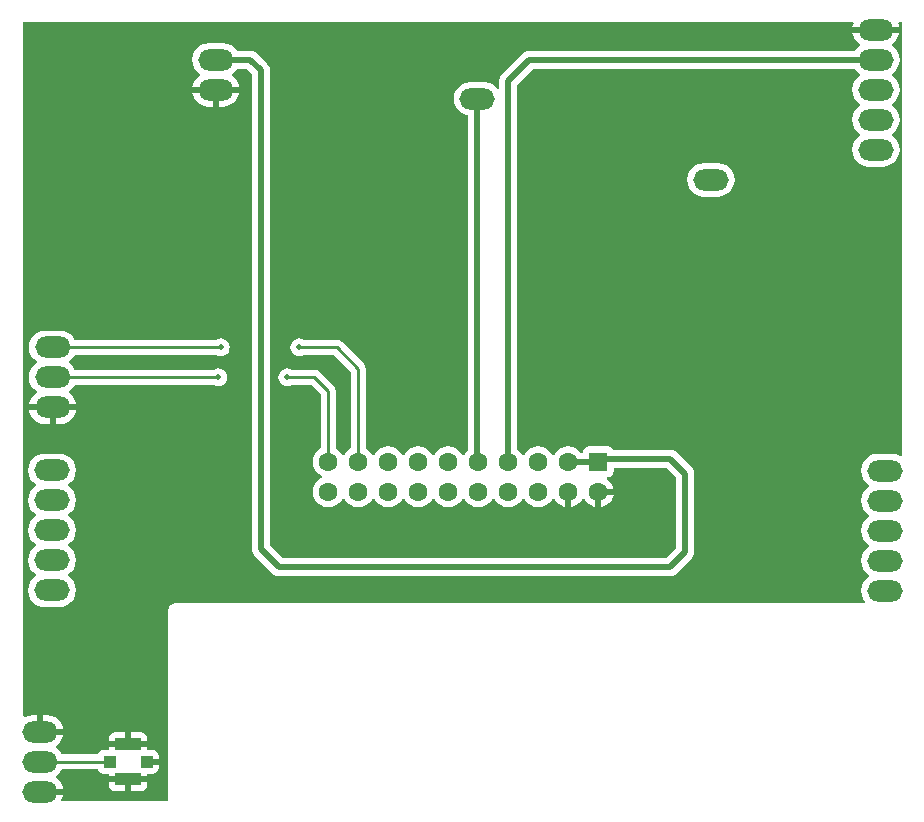
<source format=gtl>
G04*
G04 #@! TF.GenerationSoftware,Altium Limited,Altium Designer,18.1.8 (232)*
G04*
G04 Layer_Physical_Order=1*
G04 Layer_Color=255*
%FSLAX25Y25*%
%MOIN*%
G70*
G01*
G75*
%ADD14R,0.03937X0.03937*%
%ADD15R,0.08661X0.03937*%
%ADD16R,0.04134X0.03937*%
%ADD23C,0.02000*%
%ADD24C,0.01000*%
%ADD25C,0.00800*%
%ADD26O,0.11811X0.07087*%
%ADD27R,0.06299X0.06299*%
%ADD28C,0.06299*%
%ADD29C,0.01968*%
G36*
X295206Y117543D02*
X294758Y117322D01*
X294670Y117389D01*
X293322Y117948D01*
X291875Y118138D01*
X287150D01*
X285703Y117948D01*
X284355Y117389D01*
X283197Y116501D01*
X282308Y115343D01*
X281750Y113994D01*
X281559Y112547D01*
X281750Y111100D01*
X282308Y109751D01*
X283197Y108594D01*
X284164Y107851D01*
X284198Y107769D01*
Y107325D01*
X284164Y107243D01*
X283197Y106501D01*
X282308Y105343D01*
X281750Y103994D01*
X281559Y102547D01*
X281750Y101100D01*
X282308Y99752D01*
X283197Y98594D01*
X284164Y97851D01*
X284198Y97769D01*
Y97325D01*
X284164Y97243D01*
X283197Y96501D01*
X282308Y95343D01*
X281750Y93994D01*
X281559Y92547D01*
X281750Y91100D01*
X282308Y89751D01*
X283197Y88594D01*
X284164Y87851D01*
X284198Y87769D01*
Y87325D01*
X284164Y87243D01*
X283197Y86501D01*
X282308Y85343D01*
X281750Y83994D01*
X281559Y82547D01*
X281750Y81100D01*
X282308Y79751D01*
X283197Y78594D01*
X284164Y77851D01*
X284198Y77769D01*
Y77325D01*
X284164Y77243D01*
X283197Y76501D01*
X282308Y75343D01*
X281750Y73994D01*
X281559Y72547D01*
X281750Y71100D01*
X282308Y69752D01*
X283043Y68794D01*
X282796Y68294D01*
X53000Y68294D01*
X52122Y68119D01*
X51378Y67622D01*
X50881Y66878D01*
X50706Y66000D01*
X50706Y2294D01*
X15247Y2294D01*
X15041Y2794D01*
X15563Y4053D01*
X15622Y4500D01*
X7800D01*
Y6500D01*
X15622D01*
X15563Y6947D01*
X15004Y8296D01*
X14116Y9454D01*
X13149Y10196D01*
X13115Y10278D01*
Y10722D01*
X13149Y10804D01*
X14116Y11547D01*
X15004Y12705D01*
X15106Y12951D01*
X27105D01*
X27145Y12751D01*
X27587Y12090D01*
X28249Y11648D01*
X29029Y11492D01*
X30829D01*
Y10693D01*
X37198D01*
X43568D01*
Y11492D01*
X45469D01*
X46249Y11648D01*
X46910Y12090D01*
X47352Y12751D01*
X47508Y13532D01*
Y14500D01*
X43500D01*
Y16500D01*
X47508D01*
Y17469D01*
X47352Y18249D01*
X46910Y18910D01*
X46249Y19353D01*
X45469Y19508D01*
X43568D01*
Y20307D01*
X37198D01*
X30829D01*
Y19508D01*
X29029D01*
X28249Y19353D01*
X27587Y18910D01*
X27145Y18249D01*
X27105Y18049D01*
X15106D01*
X15004Y18296D01*
X14116Y19454D01*
X13149Y20196D01*
X13115Y20278D01*
X13115Y20722D01*
X13149Y20804D01*
X14116Y21546D01*
X15004Y22704D01*
X15563Y24053D01*
X15622Y24500D01*
X7800D01*
Y25500D01*
X6800D01*
Y31091D01*
X5438D01*
X3991Y30901D01*
X2794Y30405D01*
X2294Y30647D01*
Y262206D01*
X278809Y262206D01*
X279086Y261790D01*
X278737Y260947D01*
X278678Y260500D01*
X286500D01*
X294322D01*
X294263Y260947D01*
X293914Y261790D01*
X294191Y262206D01*
X295206D01*
X295206Y117543D01*
D02*
G37*
%LPC*%
G36*
X294322Y258500D02*
X286500D01*
X278678D01*
X278737Y258053D01*
X279296Y256704D01*
X280184Y255546D01*
X281152Y254804D01*
X281185Y254722D01*
Y254278D01*
X281152Y254196D01*
X280184Y253453D01*
X279472Y252526D01*
X171000D01*
X170217Y252423D01*
X169487Y252120D01*
X168860Y251640D01*
X168860Y251640D01*
X161860Y244640D01*
X161380Y244013D01*
X161077Y243283D01*
X160974Y242500D01*
Y240035D01*
X160474Y239865D01*
X160023Y240454D01*
X158865Y241342D01*
X157517Y241901D01*
X156069Y242091D01*
X151345D01*
X149898Y241901D01*
X148549Y241342D01*
X147391Y240454D01*
X146503Y239296D01*
X145944Y237947D01*
X145754Y236500D01*
X145944Y235053D01*
X146503Y233704D01*
X147391Y232546D01*
X148549Y231658D01*
X149898Y231099D01*
X150681Y230996D01*
Y119444D01*
X150327Y119173D01*
X149502Y118097D01*
X149250Y117489D01*
X148750D01*
X148498Y118097D01*
X147673Y119173D01*
X146597Y119998D01*
X145344Y120517D01*
X144000Y120694D01*
X142656Y120517D01*
X141403Y119998D01*
X140327Y119173D01*
X139502Y118097D01*
X139250Y117489D01*
X138750D01*
X138498Y118097D01*
X137673Y119173D01*
X136597Y119998D01*
X135344Y120517D01*
X134000Y120694D01*
X132656Y120517D01*
X131403Y119998D01*
X130327Y119173D01*
X129502Y118097D01*
X129250Y117489D01*
X128750D01*
X128498Y118097D01*
X127673Y119173D01*
X126597Y119998D01*
X125344Y120517D01*
X124000Y120694D01*
X122656Y120517D01*
X121403Y119998D01*
X120327Y119173D01*
X119502Y118097D01*
X119250Y117489D01*
X118750D01*
X118498Y118097D01*
X117673Y119173D01*
X116597Y119998D01*
X116549Y120018D01*
Y146500D01*
X116355Y147476D01*
X115802Y148302D01*
X108662Y155442D01*
X107835Y155995D01*
X106860Y156189D01*
X95940D01*
X95865Y156247D01*
X95139Y156547D01*
X94360Y156650D01*
X93581Y156547D01*
X92855Y156247D01*
X92232Y155768D01*
X91753Y155145D01*
X91453Y154419D01*
X91350Y153640D01*
X91453Y152861D01*
X91753Y152135D01*
X92232Y151512D01*
X92855Y151033D01*
X93581Y150733D01*
X94360Y150630D01*
X95139Y150733D01*
X95865Y151033D01*
X95940Y151091D01*
X105804D01*
X111451Y145444D01*
Y120018D01*
X111403Y119998D01*
X110327Y119173D01*
X109502Y118097D01*
X109250Y117489D01*
X108750D01*
X108498Y118097D01*
X107673Y119173D01*
X106597Y119998D01*
X106549Y120018D01*
Y139000D01*
X106355Y139976D01*
X105802Y140802D01*
X101162Y145442D01*
X100336Y145995D01*
X99360Y146189D01*
X91940D01*
X91865Y146247D01*
X91139Y146547D01*
X90360Y146650D01*
X89581Y146547D01*
X88855Y146247D01*
X88232Y145768D01*
X87753Y145145D01*
X87453Y144419D01*
X87350Y143640D01*
X87453Y142861D01*
X87753Y142135D01*
X88232Y141512D01*
X88855Y141033D01*
X89581Y140733D01*
X90360Y140630D01*
X91139Y140733D01*
X91865Y141033D01*
X91940Y141091D01*
X98304D01*
X101451Y137944D01*
Y120018D01*
X101403Y119998D01*
X100327Y119173D01*
X99502Y118097D01*
X98983Y116844D01*
X98806Y115500D01*
X98983Y114156D01*
X99502Y112903D01*
X100327Y111827D01*
X101403Y111002D01*
X102011Y110750D01*
Y110250D01*
X101403Y109998D01*
X100327Y109173D01*
X99502Y108097D01*
X98983Y106844D01*
X98806Y105500D01*
X98983Y104156D01*
X99502Y102903D01*
X100327Y101827D01*
X101403Y101002D01*
X102656Y100483D01*
X104000Y100306D01*
X105344Y100483D01*
X106597Y101002D01*
X107673Y101827D01*
X108498Y102903D01*
X108750Y103511D01*
X109250D01*
X109502Y102903D01*
X110327Y101827D01*
X111403Y101002D01*
X112656Y100483D01*
X114000Y100306D01*
X115344Y100483D01*
X116597Y101002D01*
X117673Y101827D01*
X118498Y102903D01*
X118750Y103511D01*
X119250D01*
X119502Y102903D01*
X120327Y101827D01*
X121403Y101002D01*
X122656Y100483D01*
X124000Y100306D01*
X125344Y100483D01*
X126597Y101002D01*
X127673Y101827D01*
X128498Y102903D01*
X128750Y103511D01*
X129250D01*
X129502Y102903D01*
X130327Y101827D01*
X131403Y101002D01*
X132656Y100483D01*
X134000Y100306D01*
X135344Y100483D01*
X136597Y101002D01*
X137673Y101827D01*
X138498Y102903D01*
X138750Y103511D01*
X139250D01*
X139502Y102903D01*
X140327Y101827D01*
X141403Y101002D01*
X142656Y100483D01*
X144000Y100306D01*
X145344Y100483D01*
X146597Y101002D01*
X147673Y101827D01*
X148498Y102903D01*
X148750Y103511D01*
X149250D01*
X149502Y102903D01*
X150327Y101827D01*
X151403Y101002D01*
X152656Y100483D01*
X154000Y100306D01*
X155344Y100483D01*
X156597Y101002D01*
X157673Y101827D01*
X158498Y102903D01*
X158750Y103511D01*
X159250D01*
X159502Y102903D01*
X160327Y101827D01*
X161403Y101002D01*
X162656Y100483D01*
X164000Y100306D01*
X165344Y100483D01*
X166597Y101002D01*
X167673Y101827D01*
X168498Y102903D01*
X168750Y103511D01*
X169250D01*
X169502Y102903D01*
X170327Y101827D01*
X171403Y101002D01*
X172656Y100483D01*
X174000Y100306D01*
X175344Y100483D01*
X176597Y101002D01*
X177673Y101827D01*
X178498Y102903D01*
X178750Y103511D01*
X179250D01*
X179502Y102903D01*
X180327Y101827D01*
X181403Y101002D01*
X182656Y100483D01*
X183000Y100438D01*
Y105500D01*
X185000D01*
Y100438D01*
X185344Y100483D01*
X186597Y101002D01*
X187673Y101827D01*
X188498Y102903D01*
X188750Y103511D01*
X189250D01*
X189502Y102903D01*
X190327Y101827D01*
X191403Y101002D01*
X192656Y100483D01*
X193000Y100438D01*
Y105500D01*
X194000D01*
Y106500D01*
X199062D01*
X199017Y106844D01*
X198498Y108097D01*
X197673Y109173D01*
X196841Y109811D01*
X197010Y110311D01*
X197150D01*
X197930Y110467D01*
X198591Y110908D01*
X199034Y111570D01*
X199189Y112350D01*
Y113474D01*
X216747D01*
X219974Y110247D01*
Y86753D01*
X216747Y83526D01*
X88753D01*
X84526Y87753D01*
Y246000D01*
X84526Y246000D01*
X84423Y246783D01*
X84121Y247513D01*
X83640Y248140D01*
X80140Y251640D01*
X79513Y252120D01*
X78783Y252423D01*
X78000Y252526D01*
X73527D01*
X72816Y253453D01*
X71658Y254342D01*
X70309Y254901D01*
X68862Y255091D01*
X64138D01*
X62691Y254901D01*
X61342Y254342D01*
X60184Y253453D01*
X59296Y252296D01*
X58737Y250947D01*
X58547Y249500D01*
X58737Y248053D01*
X59296Y246705D01*
X60184Y245547D01*
X61151Y244804D01*
X61185Y244722D01*
Y244278D01*
X61151Y244196D01*
X60184Y243454D01*
X59296Y242296D01*
X58737Y240947D01*
X58678Y240500D01*
X66500D01*
X74322D01*
X74263Y240947D01*
X73704Y242296D01*
X72816Y243454D01*
X71848Y244196D01*
X71815Y244278D01*
Y244722D01*
X71848Y244804D01*
X72816Y245547D01*
X73527Y246474D01*
X76747D01*
X78474Y244747D01*
Y86500D01*
X78577Y85717D01*
X78879Y84987D01*
X79360Y84360D01*
X85360Y78360D01*
X85987Y77880D01*
X86717Y77577D01*
X87500Y77474D01*
X218000D01*
X218783Y77577D01*
X219513Y77880D01*
X220140Y78360D01*
X225140Y83360D01*
X225621Y83987D01*
X225923Y84717D01*
X226026Y85500D01*
X226026Y85500D01*
Y111500D01*
X226026Y111500D01*
X225923Y112283D01*
X225621Y113013D01*
X225140Y113640D01*
X220140Y118640D01*
X219513Y119121D01*
X218783Y119423D01*
X218000Y119526D01*
X198969D01*
X198591Y120091D01*
X197930Y120534D01*
X197150Y120689D01*
X190850D01*
X190070Y120534D01*
X189409Y120091D01*
X188967Y119430D01*
X188811Y118650D01*
Y118526D01*
X188169D01*
X187673Y119173D01*
X186597Y119998D01*
X185344Y120517D01*
X184000Y120694D01*
X182656Y120517D01*
X181403Y119998D01*
X180327Y119173D01*
X179502Y118097D01*
X179250Y117489D01*
X178750D01*
X178498Y118097D01*
X177673Y119173D01*
X176597Y119998D01*
X175344Y120517D01*
X174000Y120694D01*
X172656Y120517D01*
X171403Y119998D01*
X170327Y119173D01*
X169502Y118097D01*
X169250Y117489D01*
X168750D01*
X168498Y118097D01*
X167673Y119173D01*
X167026Y119669D01*
Y241247D01*
X172253Y246474D01*
X279472D01*
X280184Y245547D01*
X281152Y244804D01*
X281185Y244722D01*
Y244278D01*
X281152Y244196D01*
X280184Y243454D01*
X279296Y242296D01*
X278737Y240947D01*
X278547Y239500D01*
X278737Y238053D01*
X279296Y236704D01*
X280184Y235546D01*
X281152Y234804D01*
X281185Y234722D01*
Y234278D01*
X281152Y234196D01*
X280184Y233453D01*
X279296Y232296D01*
X278737Y230947D01*
X278547Y229500D01*
X278737Y228053D01*
X279296Y226705D01*
X280184Y225547D01*
X281152Y224804D01*
X281185Y224722D01*
Y224278D01*
X281152Y224196D01*
X280184Y223453D01*
X279296Y222296D01*
X278737Y220947D01*
X278547Y219500D01*
X278737Y218053D01*
X279296Y216705D01*
X280184Y215546D01*
X281342Y214658D01*
X282691Y214099D01*
X284138Y213909D01*
X288862D01*
X290309Y214099D01*
X291658Y214658D01*
X292816Y215546D01*
X293704Y216705D01*
X294263Y218053D01*
X294453Y219500D01*
X294263Y220947D01*
X293704Y222296D01*
X292816Y223453D01*
X291848Y224196D01*
X291815Y224278D01*
Y224722D01*
X291848Y224804D01*
X292816Y225547D01*
X293704Y226705D01*
X294263Y228053D01*
X294453Y229500D01*
X294263Y230947D01*
X293704Y232296D01*
X292816Y233453D01*
X291848Y234196D01*
X291815Y234278D01*
Y234722D01*
X291848Y234804D01*
X292816Y235546D01*
X293704Y236704D01*
X294263Y238053D01*
X294453Y239500D01*
X294263Y240947D01*
X293704Y242296D01*
X292816Y243454D01*
X291848Y244196D01*
X291815Y244278D01*
Y244722D01*
X291848Y244804D01*
X292816Y245547D01*
X293704Y246705D01*
X294263Y248053D01*
X294453Y249500D01*
X294263Y250947D01*
X293704Y252296D01*
X292816Y253453D01*
X291848Y254196D01*
X291815Y254278D01*
Y254722D01*
X291848Y254804D01*
X292816Y255546D01*
X293704Y256704D01*
X294263Y258053D01*
X294322Y258500D01*
D02*
G37*
G36*
X74322Y238500D02*
X67500D01*
Y233909D01*
X68862D01*
X70309Y234099D01*
X71658Y234658D01*
X72816Y235546D01*
X73704Y236704D01*
X74263Y238053D01*
X74322Y238500D01*
D02*
G37*
G36*
X65500D02*
X58678D01*
X58737Y238053D01*
X59296Y236704D01*
X60184Y235546D01*
X61342Y234658D01*
X62691Y234099D01*
X64138Y233909D01*
X65500D01*
Y238500D01*
D02*
G37*
G36*
X233862Y215091D02*
X229138D01*
X227691Y214901D01*
X226342Y214342D01*
X225184Y213454D01*
X224296Y212296D01*
X223737Y210947D01*
X223547Y209500D01*
X223737Y208053D01*
X224296Y206704D01*
X225184Y205546D01*
X226342Y204658D01*
X227691Y204099D01*
X229138Y203909D01*
X233862D01*
X235309Y204099D01*
X236658Y204658D01*
X237816Y205546D01*
X238704Y206704D01*
X239263Y208053D01*
X239453Y209500D01*
X239263Y210947D01*
X238704Y212296D01*
X237816Y213454D01*
X236658Y214342D01*
X235309Y214901D01*
X233862Y215091D01*
D02*
G37*
G36*
X14462Y159231D02*
X9738D01*
X8291Y159041D01*
X6942Y158482D01*
X5784Y157594D01*
X4896Y156436D01*
X4337Y155087D01*
X4147Y153640D01*
X4337Y152193D01*
X4896Y150845D01*
X5784Y149687D01*
X6752Y148944D01*
X6785Y148862D01*
X6785Y148418D01*
X6752Y148336D01*
X5784Y147594D01*
X4896Y146436D01*
X4337Y145087D01*
X4147Y143640D01*
X4337Y142193D01*
X4896Y140845D01*
X5784Y139687D01*
X6752Y138944D01*
X6785Y138862D01*
Y138418D01*
X6752Y138336D01*
X5784Y137594D01*
X4896Y136436D01*
X4337Y135087D01*
X4278Y134640D01*
X12100D01*
X19922D01*
X19863Y135087D01*
X19304Y136436D01*
X18416Y137594D01*
X17448Y138336D01*
X17415Y138418D01*
Y138862D01*
X17448Y138944D01*
X18416Y139687D01*
X19304Y140845D01*
X19406Y141091D01*
X65780D01*
X65855Y141033D01*
X66581Y140733D01*
X67360Y140630D01*
X68139Y140733D01*
X68865Y141033D01*
X69488Y141512D01*
X69967Y142135D01*
X70267Y142861D01*
X70370Y143640D01*
X70267Y144419D01*
X69967Y145145D01*
X69488Y145768D01*
X68865Y146247D01*
X68139Y146547D01*
X67360Y146650D01*
X66581Y146547D01*
X65855Y146247D01*
X65780Y146189D01*
X19406D01*
X19304Y146436D01*
X18416Y147594D01*
X17448Y148336D01*
X17415Y148418D01*
X17415Y148862D01*
X17448Y148944D01*
X18416Y149687D01*
X19304Y150845D01*
X19406Y151091D01*
X66560D01*
X66635Y151033D01*
X67361Y150733D01*
X68140Y150630D01*
X68919Y150733D01*
X69645Y151033D01*
X70268Y151512D01*
X70747Y152135D01*
X71048Y152861D01*
X71150Y153640D01*
X71048Y154419D01*
X70747Y155145D01*
X70268Y155768D01*
X69645Y156247D01*
X68919Y156547D01*
X68140Y156650D01*
X67361Y156547D01*
X66635Y156247D01*
X66560Y156189D01*
X19406D01*
X19304Y156436D01*
X18416Y157594D01*
X17258Y158482D01*
X15909Y159041D01*
X14462Y159231D01*
D02*
G37*
G36*
X19922Y132640D02*
X13100D01*
Y128049D01*
X14462D01*
X15909Y128239D01*
X17258Y128798D01*
X18416Y129686D01*
X19304Y130844D01*
X19863Y132193D01*
X19922Y132640D01*
D02*
G37*
G36*
X11100D02*
X4278D01*
X4337Y132193D01*
X4896Y130844D01*
X5784Y129686D01*
X6942Y128798D01*
X8291Y128239D01*
X9738Y128049D01*
X11100D01*
Y132640D01*
D02*
G37*
G36*
X199062Y104500D02*
X195000D01*
Y100438D01*
X195344Y100483D01*
X196597Y101002D01*
X197673Y101827D01*
X198498Y102903D01*
X199017Y104156D01*
X199062Y104500D01*
D02*
G37*
G36*
X14236Y118249D02*
X9511D01*
X8064Y118058D01*
X6716Y117500D01*
X5558Y116611D01*
X4669Y115453D01*
X4110Y114105D01*
X3920Y112657D01*
X4110Y111210D01*
X4669Y109862D01*
X5558Y108704D01*
X6525Y107962D01*
X6559Y107880D01*
X6559Y107435D01*
X6525Y107353D01*
X5558Y106611D01*
X4669Y105453D01*
X4110Y104105D01*
X3920Y102657D01*
X4110Y101210D01*
X4669Y99862D01*
X5558Y98704D01*
X6525Y97962D01*
X6559Y97880D01*
Y97435D01*
X6525Y97353D01*
X5558Y96611D01*
X4669Y95453D01*
X4110Y94105D01*
X3920Y92658D01*
X4110Y91210D01*
X4669Y89862D01*
X5558Y88704D01*
X6525Y87962D01*
X6559Y87880D01*
Y87435D01*
X6525Y87353D01*
X5558Y86611D01*
X4669Y85453D01*
X4110Y84105D01*
X3920Y82657D01*
X4110Y81210D01*
X4669Y79862D01*
X5558Y78704D01*
X6525Y77962D01*
X6559Y77880D01*
X6559Y77435D01*
X6525Y77353D01*
X5558Y76611D01*
X4669Y75453D01*
X4110Y74105D01*
X3920Y72658D01*
X4110Y71210D01*
X4669Y69862D01*
X5558Y68704D01*
X6716Y67815D01*
X8064Y67257D01*
X9511Y67066D01*
X14236D01*
X15683Y67257D01*
X17031Y67815D01*
X18189Y68704D01*
X19078Y69862D01*
X19636Y71210D01*
X19827Y72658D01*
X19636Y74105D01*
X19078Y75453D01*
X18189Y76611D01*
X17222Y77353D01*
X17188Y77435D01*
X17188Y77880D01*
X17222Y77962D01*
X18189Y78704D01*
X19078Y79862D01*
X19636Y81210D01*
X19827Y82657D01*
X19636Y84105D01*
X19078Y85453D01*
X18189Y86611D01*
X17222Y87353D01*
X17188Y87435D01*
Y87880D01*
X17222Y87962D01*
X18189Y88704D01*
X19078Y89862D01*
X19636Y91210D01*
X19827Y92658D01*
X19636Y94105D01*
X19078Y95453D01*
X18189Y96611D01*
X17222Y97353D01*
X17188Y97435D01*
Y97880D01*
X17222Y97962D01*
X18189Y98704D01*
X19078Y99862D01*
X19636Y101210D01*
X19827Y102657D01*
X19636Y104105D01*
X19078Y105453D01*
X18189Y106611D01*
X17222Y107353D01*
X17188Y107435D01*
X17188Y107880D01*
X17222Y107962D01*
X18189Y108704D01*
X19078Y109862D01*
X19636Y111210D01*
X19827Y112657D01*
X19636Y114105D01*
X19078Y115453D01*
X18189Y116611D01*
X17031Y117500D01*
X15683Y118058D01*
X14236Y118249D01*
D02*
G37*
G36*
X10162Y31091D02*
X8800D01*
Y26500D01*
X15622D01*
X15563Y26947D01*
X15004Y28296D01*
X14116Y29454D01*
X12958Y30342D01*
X11609Y30901D01*
X10162Y31091D01*
D02*
G37*
G36*
X41529Y25315D02*
X38199D01*
Y22307D01*
X43568D01*
Y23276D01*
X43413Y24056D01*
X42971Y24717D01*
X42309Y25160D01*
X41529Y25315D01*
D02*
G37*
G36*
X36198D02*
X32868D01*
X32087Y25160D01*
X31426Y24717D01*
X30984Y24056D01*
X30829Y23276D01*
Y22307D01*
X36198D01*
Y25315D01*
D02*
G37*
G36*
X43568Y8693D02*
X38199D01*
Y5685D01*
X41529D01*
X42309Y5841D01*
X42971Y6283D01*
X43413Y6944D01*
X43568Y7724D01*
Y8693D01*
D02*
G37*
G36*
X36198D02*
X30829D01*
Y7724D01*
X30984Y6944D01*
X31426Y6283D01*
X32087Y5841D01*
X32868Y5685D01*
X36198D01*
Y8693D01*
D02*
G37*
%LPD*%
D14*
X43500Y15500D02*
D03*
D15*
X37198Y9693D02*
D03*
Y21307D02*
D03*
D16*
X31096Y15500D02*
D03*
D23*
X153707Y115793D02*
Y236500D01*
Y115793D02*
X154000Y115500D01*
X164000D02*
Y242500D01*
X171000Y249500D01*
X286500D01*
X184000Y115500D02*
X194000D01*
X81500Y86500D02*
X87500Y80500D01*
X194000Y115500D02*
X195000Y116500D01*
X66500Y249500D02*
X78000D01*
X81500Y246000D01*
Y86500D02*
Y246000D01*
X87500Y80500D02*
X218000D01*
X223000Y85500D01*
X195000Y116500D02*
X218000D01*
X223000Y111500D01*
Y85500D02*
Y111500D01*
D24*
X12100Y153640D02*
X68140D01*
X12100Y143640D02*
X67360D01*
X94360Y153640D02*
X106860D01*
X114000Y146500D01*
Y115500D02*
Y146500D01*
X90360Y143640D02*
X99360D01*
X104000Y139000D01*
Y115500D02*
Y139000D01*
X7800Y15500D02*
X31096D01*
D25*
X31096Y15500D01*
D26*
X66500Y239500D02*
D03*
X153707Y236500D02*
D03*
X231500Y209500D02*
D03*
X66500Y249500D02*
D03*
X7800Y25500D02*
D03*
Y5500D02*
D03*
Y15500D02*
D03*
X289513Y82547D02*
D03*
Y92547D02*
D03*
Y102547D02*
D03*
Y112547D02*
D03*
X289513Y72547D02*
D03*
X286500Y239500D02*
D03*
Y259500D02*
D03*
Y249500D02*
D03*
Y229500D02*
D03*
Y219500D02*
D03*
X12100Y133640D02*
D03*
Y143640D02*
D03*
Y153640D02*
D03*
X11873Y82657D02*
D03*
X11873Y102657D02*
D03*
X11873Y112657D02*
D03*
Y72658D02*
D03*
Y92658D02*
D03*
D27*
X194000Y115500D02*
D03*
D28*
X184000D02*
D03*
X174000D02*
D03*
X164000D02*
D03*
X154000D02*
D03*
X144000D02*
D03*
X134000D02*
D03*
X124000D02*
D03*
X114000D02*
D03*
X104000D02*
D03*
X194000Y105500D02*
D03*
X184000D02*
D03*
X174000D02*
D03*
X164000D02*
D03*
X154000D02*
D03*
X144000D02*
D03*
X134000D02*
D03*
X124000D02*
D03*
X114000D02*
D03*
X104000D02*
D03*
D29*
X68140Y153640D02*
D03*
X67360Y143640D02*
D03*
X94360Y153640D02*
D03*
X90360Y143640D02*
D03*
X16256Y19980D02*
D03*
X26098Y39665D02*
D03*
X16256Y59350D02*
D03*
X26098Y79036D02*
D03*
Y118405D02*
D03*
Y157776D02*
D03*
X16256Y177461D02*
D03*
X26098Y197146D02*
D03*
X16256Y216831D02*
D03*
X26098Y236516D02*
D03*
X45783Y39665D02*
D03*
X35941Y59350D02*
D03*
X45783Y79036D02*
D03*
X35941Y98721D02*
D03*
X45783Y118405D02*
D03*
X35941Y138091D02*
D03*
X45783Y157776D02*
D03*
X35941Y177461D02*
D03*
X45783Y197146D02*
D03*
X35941Y216831D02*
D03*
X45783Y236516D02*
D03*
X65469Y79036D02*
D03*
X55626Y98721D02*
D03*
X65469Y118405D02*
D03*
X55626Y138091D02*
D03*
X65469Y157776D02*
D03*
X55626Y177461D02*
D03*
X65469Y197146D02*
D03*
X55626Y216831D02*
D03*
X75311Y98721D02*
D03*
Y138091D02*
D03*
Y177461D02*
D03*
Y216831D02*
D03*
X94996Y98721D02*
D03*
Y138091D02*
D03*
X104839Y157776D02*
D03*
X94996Y177461D02*
D03*
X104839Y197146D02*
D03*
X94996Y216831D02*
D03*
X104839Y236516D02*
D03*
X114681Y98721D02*
D03*
X124524Y157776D02*
D03*
X114681Y177461D02*
D03*
X124524Y197146D02*
D03*
X114681Y216831D02*
D03*
X124524Y236516D02*
D03*
X134366Y98721D02*
D03*
Y138091D02*
D03*
X144209Y157776D02*
D03*
X134366Y177461D02*
D03*
X144209Y197146D02*
D03*
X134366Y216831D02*
D03*
X144209Y236516D02*
D03*
X154051Y98721D02*
D03*
X173736D02*
D03*
Y138091D02*
D03*
X183579Y157776D02*
D03*
X173736Y177461D02*
D03*
X183579Y197146D02*
D03*
X173736Y216831D02*
D03*
X183579Y236516D02*
D03*
X193421Y98721D02*
D03*
Y138091D02*
D03*
X203264Y157776D02*
D03*
X193421Y177461D02*
D03*
X203264Y197146D02*
D03*
X193421Y216831D02*
D03*
X203264Y236516D02*
D03*
X222949Y79036D02*
D03*
X213106Y98721D02*
D03*
X222949Y118405D02*
D03*
X213106Y138091D02*
D03*
X222949Y157776D02*
D03*
X213106Y177461D02*
D03*
X222949Y197146D02*
D03*
X213106Y216831D02*
D03*
X222949Y236516D02*
D03*
X242634Y79036D02*
D03*
X232791Y98721D02*
D03*
X242634Y118405D02*
D03*
X232791Y138091D02*
D03*
X242634Y157776D02*
D03*
X232791Y177461D02*
D03*
X242634Y197146D02*
D03*
X232791Y216831D02*
D03*
X242634Y236516D02*
D03*
X262319Y79036D02*
D03*
X252476Y98721D02*
D03*
X262319Y118405D02*
D03*
X252476Y138091D02*
D03*
X262319Y157776D02*
D03*
X252476Y177461D02*
D03*
X262319Y197146D02*
D03*
X252476Y216831D02*
D03*
X262319Y236516D02*
D03*
X272162Y98721D02*
D03*
X282004Y118405D02*
D03*
X272162Y138091D02*
D03*
X282004Y157776D02*
D03*
X272162Y177461D02*
D03*
X282004Y197146D02*
D03*
X272162Y216831D02*
D03*
X25500Y28500D02*
D03*
X30000D02*
D03*
X34500D02*
D03*
X39500D02*
D03*
X43500Y28000D02*
D03*
X46500Y26500D02*
D03*
X48500Y23000D02*
D03*
X49000Y19000D02*
D03*
Y15500D02*
D03*
Y10500D02*
D03*
Y6500D02*
D03*
X45500Y4000D02*
D03*
X40500D02*
D03*
X34000D02*
D03*
X30000Y4500D02*
D03*
X26500Y8000D02*
D03*
X23500Y10500D02*
D03*
X24000Y23500D02*
D03*
X22500Y26500D02*
D03*
M02*

</source>
